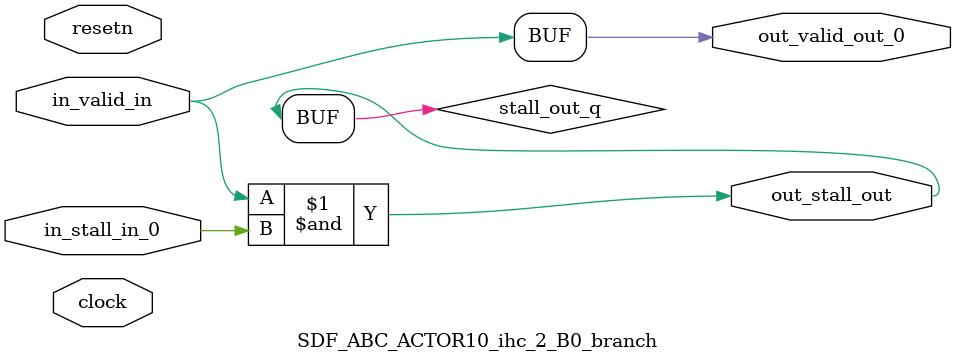
<source format=sv>



(* altera_attribute = "-name AUTO_SHIFT_REGISTER_RECOGNITION OFF; -name MESSAGE_DISABLE 10036; -name MESSAGE_DISABLE 10037; -name MESSAGE_DISABLE 14130; -name MESSAGE_DISABLE 14320; -name MESSAGE_DISABLE 15400; -name MESSAGE_DISABLE 14130; -name MESSAGE_DISABLE 10036; -name MESSAGE_DISABLE 12020; -name MESSAGE_DISABLE 12030; -name MESSAGE_DISABLE 12010; -name MESSAGE_DISABLE 12110; -name MESSAGE_DISABLE 14320; -name MESSAGE_DISABLE 13410; -name MESSAGE_DISABLE 113007; -name MESSAGE_DISABLE 10958" *)
module SDF_ABC_ACTOR10_ihc_2_B0_branch (
    input wire [0:0] in_stall_in_0,
    input wire [0:0] in_valid_in,
    output wire [0:0] out_stall_out,
    output wire [0:0] out_valid_out_0,
    input wire clock,
    input wire resetn
    );

    wire [0:0] stall_out_q;


    // stall_out(LOGICAL,6)
    assign stall_out_q = in_valid_in & in_stall_in_0;

    // out_stall_out(GPOUT,4)
    assign out_stall_out = stall_out_q;

    // out_valid_out_0(GPOUT,5)
    assign out_valid_out_0 = in_valid_in;

endmodule

</source>
